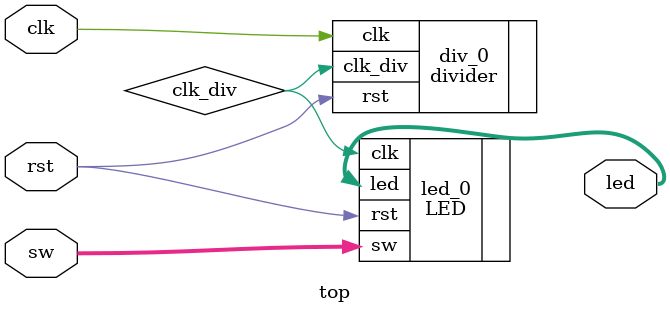
<source format=v>
module top(
    input   clk   ,
    input   rst   ,
    input   [1:0] sw  ,
    output  [2:0] led
    );
    
    wire    clk_div ;
    
    LED led_0(
    .clk    (clk_div),
    .rst    (rst),
    .sw     (sw),
    .led    (led)
    );
    
    divider div_0(
    .clk    (clk),
    .rst    (rst),
    .clk_div    (clk_div)
    );
    
endmodule

</source>
